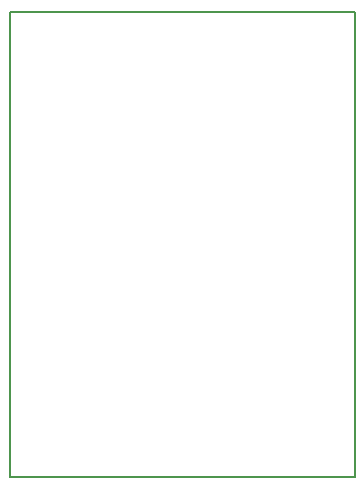
<source format=gbr>
G04 #@! TF.GenerationSoftware,KiCad,Pcbnew,(5.0.1)-4*
G04 #@! TF.CreationDate,2018-12-10T10:24:34+00:00*
G04 #@! TF.ProjectId,tinytetris,74696E797465747269732E6B69636164,rev?*
G04 #@! TF.SameCoordinates,Original*
G04 #@! TF.FileFunction,Profile,NP*
%FSLAX46Y46*%
G04 Gerber Fmt 4.6, Leading zero omitted, Abs format (unit mm)*
G04 Created by KiCad (PCBNEW (5.0.1)-4) date 10/12/2018 10:24:34*
%MOMM*%
%LPD*%
G01*
G04 APERTURE LIST*
%ADD10C,0.150000*%
G04 APERTURE END LIST*
D10*
X137668000Y-115824000D02*
X137668000Y-114554000D01*
X166878000Y-115824000D02*
X137668000Y-115824000D01*
X166878000Y-76454000D02*
X166878000Y-115824000D01*
X137668000Y-76454000D02*
X166878000Y-76454000D01*
X137668000Y-114554000D02*
X137668000Y-76454000D01*
M02*

</source>
